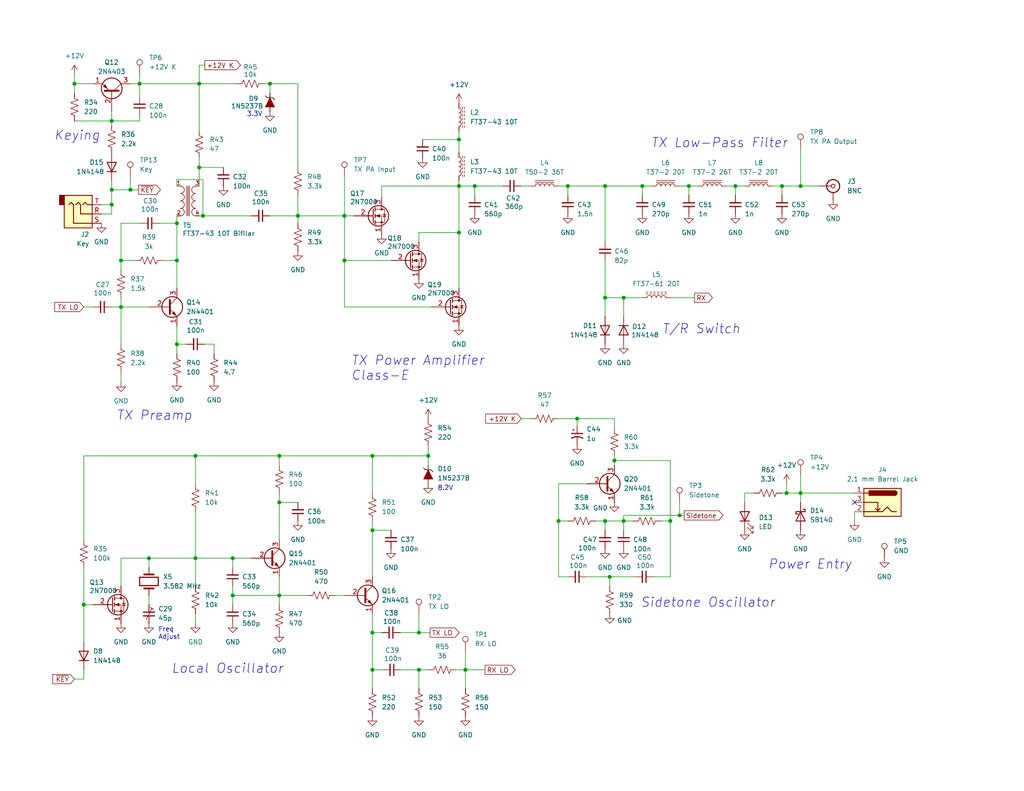
<source format=kicad_sch>
(kicad_sch (version 20230121) (generator eeschema)
  (paper "USLetter")
  (title_block (title "Party Line 80") (date "2024-01-13") (rev "A") (company "Etherkit") (comment 1 "Creative Commons CC BY-SA 4.0"))
  (junction (at 54.356 22.86))
  (junction (at 175.26 50.8))
  (junction (at 33.02 83.82))
  (junction (at 218.44 134.62))
  (junction (at 101.6 144.78))
  (junction (at 154.94 50.8))
  (junction (at 218.44 50.8))
  (junction (at 30.48 51.816))
  (junction (at 55.372 58.928))
  (junction (at 30.48 55.88))
  (junction (at 93.98 58.928))
  (junction (at 116.84 124.46))
  (junction (at 157.48 114.3))
  (junction (at 81.28 58.928))
  (junction (at 114.3 172.72))
  (junction (at 48.26 71.12))
  (junction (at 170.18 81.28))
  (junction (at 101.6 172.72))
  (junction (at 125.222 63.5))
  (junction (at 76.2 124.46))
  (junction (at 165.1 81.28))
  (junction (at 76.2 137.16))
  (junction (at 20.32 22.86))
  (junction (at 76.2 162.56))
  (junction (at 125.222 38.1))
  (junction (at 73.66 22.86))
  (junction (at 200.66 50.8))
  (junction (at 63.5 152.4))
  (junction (at 63.5 162.56))
  (junction (at 187.96 50.8))
  (junction (at 40.64 152.4))
  (junction (at 35.56 51.816))
  (junction (at 185.42 140.716))
  (junction (at 101.6 124.46))
  (junction (at 182.88 142.24))
  (junction (at 170.18 142.24))
  (junction (at 54.356 45.72))
  (junction (at 93.98 71.12))
  (junction (at 22.86 165.1))
  (junction (at 48.26 93.98))
  (junction (at 38.1 22.86))
  (junction (at 165.1 50.8))
  (junction (at 30.48 33.02))
  (junction (at 213.36 50.8))
  (junction (at 165.1 142.24))
  (junction (at 167.64 125.73))
  (junction (at 127 182.88))
  (junction (at 101.6 182.88))
  (junction (at 129.54 50.8))
  (junction (at 152.4 142.24))
  (junction (at 125.222 50.8))
  (junction (at 53.34 124.46))
  (junction (at 214.63 134.62))
  (junction (at 114.3 182.88))
  (junction (at 53.34 152.4))
  (junction (at 48.26 60.96))
  (junction (at 33.02 71.12))
  (junction (at 166.37 157.48))
  (no_connect (at 233.172 137.16))
  (wire (pts (xy 22.86 154.94) (xy 22.86 165.1)))
  (wire (pts (xy 48.26 50.8) (xy 48.26 49.022)))
  (wire (pts (xy 54.356 35.56) (xy 54.356 22.86)))
  (wire (pts (xy 170.18 81.28) (xy 165.1 81.28)))
  (wire (pts (xy 33.02 71.12) (xy 36.83 71.12)))
  (wire (pts (xy 54.356 45.72) (xy 54.356 50.8)))
  (wire (pts (xy 76.2 124.46) (xy 101.6 124.46)))
  (wire (pts (xy 185.42 50.8) (xy 187.96 50.8)))
  (wire (pts (xy 63.5 162.56) (xy 63.5 165.1)))
  (wire (pts (xy 152.4 142.24) (xy 154.94 142.24)))
  (wire (pts (xy 48.26 60.96) (xy 48.26 71.12)))
  (wire (pts (xy 200.66 50.8) (xy 203.2 50.8)))
  (wire (pts (xy 186.69 140.716) (xy 185.42 140.716)))
  (wire (pts (xy 63.5 152.4) (xy 53.34 152.4)))
  (wire (pts (xy 125.222 38.1) (xy 125.222 41.656)))
  (wire (pts (xy 35.56 48.26) (xy 35.56 51.816)))
  (wire (pts (xy 33.02 152.4) (xy 40.64 152.4)))
  (wire (pts (xy 43.434 60.96) (xy 48.26 60.96)))
  (wire (pts (xy 33.02 60.96) (xy 33.02 71.12)))
  (wire (pts (xy 218.44 50.8) (xy 223.52 50.8)))
  (wire (pts (xy 38.1 22.86) (xy 38.1 26.416)))
  (wire (pts (xy 63.5 162.56) (xy 76.2 162.56)))
  (wire (pts (xy 166.37 157.48) (xy 166.37 160.02)))
  (wire (pts (xy 22.86 83.82) (xy 25.4 83.82)))
  (wire (pts (xy 54.356 22.86) (xy 64.516 22.86)))
  (wire (pts (xy 116.84 121.92) (xy 116.84 124.46)))
  (wire (pts (xy 63.5 160.02) (xy 63.5 162.56)))
  (wire (pts (xy 182.88 157.48) (xy 182.88 142.24)))
  (wire (pts (xy 182.88 142.24) (xy 182.88 125.73)))
  (wire (pts (xy 33.02 152.4) (xy 33.02 160.02)))
  (wire (pts (xy 76.2 134.62) (xy 76.2 137.16)))
  (wire (pts (xy 58.42 93.98) (xy 58.42 96.52)))
  (wire (pts (xy 182.88 125.73) (xy 167.64 125.73)))
  (wire (pts (xy 76.2 137.16) (xy 81.28 137.16)))
  (wire (pts (xy 178.308 157.48) (xy 182.88 157.48)))
  (wire (pts (xy 203.2 134.62) (xy 203.2 137.16)))
  (wire (pts (xy 33.02 101.6) (xy 33.02 104.394)))
  (wire (pts (xy 218.44 134.62) (xy 218.44 137.16)))
  (wire (pts (xy 142.24 50.8) (xy 144.78 50.8)))
  (wire (pts (xy 81.28 58.928) (xy 81.28 60.96)))
  (wire (pts (xy 165.1 81.28) (xy 165.1 86.36)))
  (wire (pts (xy 20.32 22.86) (xy 25.4 22.86)))
  (wire (pts (xy 27.686 55.88) (xy 30.48 55.88)))
  (wire (pts (xy 124.46 182.88) (xy 127 182.88)))
  (wire (pts (xy 48.26 49.022) (xy 55.372 49.022)))
  (wire (pts (xy 187.96 50.8) (xy 190.5 50.8)))
  (wire (pts (xy 214.63 134.62) (xy 218.44 134.62)))
  (wire (pts (xy 40.64 162.56) (xy 40.64 165.1)))
  (wire (pts (xy 115.316 38.1) (xy 125.222 38.1)))
  (wire (pts (xy 160.02 157.48) (xy 166.37 157.48)))
  (wire (pts (xy 114.3 182.88) (xy 116.84 182.88)))
  (wire (pts (xy 63.5 152.4) (xy 63.5 154.94)))
  (wire (pts (xy 213.36 50.8) (xy 218.44 50.8)))
  (wire (pts (xy 30.48 51.816) (xy 30.48 55.88)))
  (wire (pts (xy 76.2 157.48) (xy 76.2 162.56)))
  (wire (pts (xy 81.28 53.34) (xy 81.28 58.928)))
  (wire (pts (xy 152.4 157.48) (xy 154.94 157.48)))
  (wire (pts (xy 175.26 81.28) (xy 170.18 81.28)))
  (wire (pts (xy 20.32 20.32) (xy 20.32 22.86)))
  (wire (pts (xy 165.1 50.8) (xy 175.26 50.8)))
  (wire (pts (xy 44.45 71.12) (xy 48.26 71.12)))
  (wire (pts (xy 33.02 83.82) (xy 33.02 93.98)))
  (wire (pts (xy 55.372 49.022) (xy 55.372 58.928)))
  (wire (pts (xy 157.48 114.3) (xy 167.64 114.3)))
  (wire (pts (xy 20.32 22.86) (xy 20.32 25.4)))
  (wire (pts (xy 30.48 51.816) (xy 35.56 51.816)))
  (wire (pts (xy 33.02 71.12) (xy 33.02 73.66)))
  (wire (pts (xy 218.44 129.54) (xy 218.44 134.62)))
  (wire (pts (xy 152.4 114.3) (xy 157.48 114.3)))
  (wire (pts (xy 22.86 124.46) (xy 53.34 124.46)))
  (wire (pts (xy 160.02 132.08) (xy 152.4 132.08)))
  (wire (pts (xy 167.64 114.3) (xy 167.64 116.84)))
  (wire (pts (xy 53.34 124.46) (xy 53.34 132.08)))
  (wire (pts (xy 55.88 93.98) (xy 58.42 93.98)))
  (wire (pts (xy 38.1 20.32) (xy 38.1 22.86)))
  (wire (pts (xy 182.88 81.28) (xy 189.484 81.28)))
  (wire (pts (xy 152.4 142.24) (xy 152.4 157.48)))
  (wire (pts (xy 20.32 33.02) (xy 30.48 33.02)))
  (wire (pts (xy 48.26 93.98) (xy 48.26 96.52)))
  (wire (pts (xy 101.6 142.24) (xy 101.6 144.78)))
  (wire (pts (xy 114.3 66.04) (xy 114.3 63.5)))
  (wire (pts (xy 125.222 35.814) (xy 125.222 38.1)))
  (wire (pts (xy 114.3 63.5) (xy 125.222 63.5)))
  (wire (pts (xy 101.6 167.64) (xy 101.6 172.72)))
  (wire (pts (xy 210.82 50.8) (xy 213.36 50.8)))
  (wire (pts (xy 76.2 124.46) (xy 76.2 127)))
  (wire (pts (xy 198.12 50.8) (xy 200.66 50.8)))
  (wire (pts (xy 68.58 58.928) (xy 55.372 58.928)))
  (wire (pts (xy 162.56 142.24) (xy 165.1 142.24)))
  (wire (pts (xy 200.66 50.8) (xy 200.66 53.34)))
  (wire (pts (xy 54.356 43.18) (xy 54.356 45.72)))
  (wire (pts (xy 101.6 172.72) (xy 101.6 182.88)))
  (wire (pts (xy 152.4 132.08) (xy 152.4 142.24)))
  (wire (pts (xy 114.3 167.64) (xy 114.3 172.72)))
  (wire (pts (xy 170.18 142.24) (xy 170.18 144.78)))
  (wire (pts (xy 33.02 81.28) (xy 33.02 83.82)))
  (wire (pts (xy 30.48 33.02) (xy 38.1 33.02)))
  (wire (pts (xy 167.64 125.73) (xy 167.64 127)))
  (wire (pts (xy 142.24 114.3) (xy 144.78 114.3)))
  (wire (pts (xy 166.37 157.48) (xy 173.228 157.48)))
  (wire (pts (xy 154.94 50.8) (xy 154.94 53.34)))
  (wire (pts (xy 127 182.88) (xy 132.334 182.88)))
  (wire (pts (xy 175.26 50.8) (xy 175.26 53.34)))
  (wire (pts (xy 101.6 144.78) (xy 106.68 144.78)))
  (wire (pts (xy 152.4 50.8) (xy 154.94 50.8)))
  (wire (pts (xy 175.26 50.8) (xy 177.8 50.8)))
  (wire (pts (xy 213.36 50.8) (xy 213.36 53.34)))
  (wire (pts (xy 101.6 124.46) (xy 116.84 124.46)))
  (wire (pts (xy 54.356 22.86) (xy 38.1 22.86)))
  (wire (pts (xy 48.26 88.9) (xy 48.26 93.98)))
  (wire (pts (xy 22.86 147.32) (xy 22.86 124.46)))
  (wire (pts (xy 114.3 172.72) (xy 117.348 172.72)))
  (wire (pts (xy 30.48 58.42) (xy 30.48 55.88)))
  (wire (pts (xy 218.44 40.64) (xy 218.44 50.8)))
  (wire (pts (xy 129.54 50.8) (xy 129.54 53.34)))
  (wire (pts (xy 104.14 53.848) (xy 104.14 50.8)))
  (wire (pts (xy 180.34 142.24) (xy 182.88 142.24)))
  (wire (pts (xy 117.602 83.82) (xy 93.98 83.82)))
  (wire (pts (xy 40.64 152.4) (xy 53.34 152.4)))
  (wire (pts (xy 170.18 142.24) (xy 172.72 142.24)))
  (wire (pts (xy 38.1 22.86) (xy 35.56 22.86)))
  (wire (pts (xy 53.34 152.4) (xy 53.34 160.02)))
  (wire (pts (xy 101.6 182.88) (xy 101.6 187.96)))
  (wire (pts (xy 48.26 58.928) (xy 48.26 60.96)))
  (wire (pts (xy 22.86 165.1) (xy 22.86 175.26)))
  (wire (pts (xy 53.34 139.7) (xy 53.34 152.4)))
  (wire (pts (xy 22.86 185.42) (xy 20.32 185.42)))
  (wire (pts (xy 170.18 81.28) (xy 170.18 86.36)))
  (wire (pts (xy 101.6 144.78) (xy 101.6 157.48)))
  (wire (pts (xy 165.1 50.8) (xy 165.1 66.04)))
  (wire (pts (xy 125.222 50.8) (xy 129.54 50.8)))
  (wire (pts (xy 167.64 124.46) (xy 167.64 125.73)))
  (wire (pts (xy 76.2 162.56) (xy 76.2 165.1)))
  (wire (pts (xy 129.54 50.8) (xy 137.16 50.8)))
  (wire (pts (xy 81.28 58.928) (xy 93.98 58.928)))
  (wire (pts (xy 93.98 83.82) (xy 93.98 71.12)))
  (wire (pts (xy 93.98 48.26) (xy 93.98 58.928)))
  (wire (pts (xy 101.6 172.72) (xy 104.14 172.72)))
  (wire (pts (xy 125.222 63.5) (xy 125.222 78.74)))
  (wire (pts (xy 38.1 33.02) (xy 38.1 31.496)))
  (wire (pts (xy 93.98 71.12) (xy 106.68 71.12)))
  (wire (pts (xy 154.94 50.8) (xy 165.1 50.8)))
  (wire (pts (xy 72.136 22.86) (xy 73.66 22.86)))
  (wire (pts (xy 114.3 182.88) (xy 114.3 187.96)))
  (wire (pts (xy 38.354 60.96) (xy 33.02 60.96)))
  (wire (pts (xy 48.26 93.98) (xy 50.8 93.98)))
  (wire (pts (xy 205.74 134.62) (xy 203.2 134.62)))
  (wire (pts (xy 116.84 124.46) (xy 116.84 127)))
  (wire (pts (xy 101.6 182.88) (xy 104.394 182.88)))
  (wire (pts (xy 27.686 58.42) (xy 30.48 58.42)))
  (wire (pts (xy 33.02 83.82) (xy 40.64 83.82)))
  (wire (pts (xy 213.36 134.62) (xy 214.63 134.62)))
  (wire (pts (xy 73.66 58.928) (xy 81.28 58.928)))
  (wire (pts (xy 165.1 81.28) (xy 165.1 71.12)))
  (wire (pts (xy 76.2 137.16) (xy 76.2 147.32)))
  (wire (pts (xy 91.44 162.56) (xy 93.98 162.56)))
  (wire (pts (xy 55.88 17.78) (xy 54.356 17.78)))
  (wire (pts (xy 127 187.96) (xy 127 182.88)))
  (wire (pts (xy 48.26 71.12) (xy 48.26 78.74)))
  (wire (pts (xy 157.48 114.3) (xy 157.48 116.332)))
  (wire (pts (xy 81.28 22.86) (xy 81.28 45.72)))
  (wire (pts (xy 30.48 49.403) (xy 30.48 51.816)))
  (wire (pts (xy 40.64 152.4) (xy 40.64 154.94)))
  (wire (pts (xy 104.14 50.8) (xy 125.222 50.8)))
  (wire (pts (xy 170.18 140.716) (xy 170.18 142.24)))
  (wire (pts (xy 165.1 142.24) (xy 165.1 144.78)))
  (wire (pts (xy 76.2 162.56) (xy 83.82 162.56)))
  (wire (pts (xy 185.42 137.16) (xy 185.42 140.716)))
  (wire (pts (xy 165.1 142.24) (xy 170.18 142.24)))
  (wire (pts (xy 22.86 165.1) (xy 25.4 165.1)))
  (wire (pts (xy 73.66 22.86) (xy 81.28 22.86)))
  (wire (pts (xy 214.63 132.08) (xy 214.63 134.62)))
  (wire (pts (xy 22.86 182.88) (xy 22.86 185.42)))
  (wire (pts (xy 109.22 172.72) (xy 114.3 172.72)))
  (wire (pts (xy 54.356 17.78) (xy 54.356 22.86)))
  (wire (pts (xy 30.48 83.82) (xy 33.02 83.82)))
  (wire (pts (xy 68.58 152.4) (xy 63.5 152.4)))
  (wire (pts (xy 125.222 49.276) (xy 125.222 50.8)))
  (wire (pts (xy 109.474 182.88) (xy 114.3 182.88)))
  (wire (pts (xy 187.96 50.8) (xy 187.96 53.34)))
  (wire (pts (xy 53.34 124.46) (xy 76.2 124.46)))
  (wire (pts (xy 218.44 134.62) (xy 233.172 134.62)))
  (wire (pts (xy 125.222 50.8) (xy 125.222 63.5)))
  (wire (pts (xy 101.6 124.46) (xy 101.6 134.62)))
  (wire (pts (xy 55.372 58.928) (xy 54.356 58.928)))
  (wire (pts (xy 35.56 51.816) (xy 37.846 51.816)))
  (wire (pts (xy 233.172 139.7) (xy 233.172 142.24)))
  (wire (pts (xy 73.66 22.86) (xy 73.66 25.4)))
  (wire (pts (xy 93.98 58.928) (xy 96.52 58.928)))
  (wire (pts (xy 30.48 33.02) (xy 30.48 34.163)))
  (wire (pts (xy 53.34 167.64) (xy 53.34 170.18)))
  (wire (pts (xy 127 177.8) (xy 127 182.88)))
  (wire (pts (xy 185.42 140.716) (xy 170.18 140.716)))
  (wire (pts (xy 30.48 30.48) (xy 30.48 33.02)))
  (wire (pts (xy 93.98 71.12) (xy 93.98 58.928)))
  (wire (pts (xy 54.356 45.72) (xy 60.96 45.72)))
  (text "Keying" (at 14.732 38.608 0) (effects (font (size 2.54 2.54) italic) (justify left bottom)))
  (text "T/R Switch" (at 180.594 91.44 0) (effects (font (size 2.54 2.54) italic) (justify left bottom)))
  (text "8.2V" (at 123.698 134.112 0) (effects (font (size 1.27 1.27)) (justify right bottom)))
  (text "Local Oscillator" (at 46.736 184.15 0) (effects (font (size 2.54 2.54) italic) (justify left bottom)))
  (text "Sidetone Oscillator" (at 174.752 166.116 0) (effects (font (size 2.54 2.54) italic) (justify left bottom)))
  (text "Freq\nAdjust" (at 43.18 174.752 0) (effects (font (size 1.27 1.27)) (justify left bottom)))
  (text "Power Entry" (at 209.55 155.702 0) (effects (font (size 2.54 2.54) italic) (justify left bottom)))
  (text "TX Preamp" (at 31.75 115.062 0) (effects (font (size 2.54 2.54) italic) (justify left bottom)))
  (text "3.3V" (at 71.628 32.004 0) (effects (font (size 1.27 1.27)) (justify right bottom)))
  (text "TX Power Amplifier\nClass-E" (at 95.758 104.14 0) (effects (font (size 2.54 2.54) italic) (justify left bottom)))
  (text "TX Low-Pass Filter" (at 177.546 40.64 0) (effects (font (size 2.54 2.54) italic) (justify left bottom)))
  (global_label "TX LO" (shape input) (at 22.86 83.82 180) (property "Intersheetrefs" "${INTERSHEET_REFS}" (effects hide)))
  (global_label "RX LO" (shape output) (at 132.334 182.88 0) (property "Intersheetrefs" "${INTERSHEET_REFS}" (effects hide)))
  (global_label "Sidetone" (shape output) (at 186.69 140.716 0) (property "Intersheetrefs" "${INTERSHEET_REFS}" (effects hide)))
  (global_label "RX" (shape output) (at 189.484 81.28 0) (property "Intersheetrefs" "${INTERSHEET_REFS}" (effects hide)))
  (global_label "+12V K" (shape input) (at 142.24 114.3 180) (property "Intersheetrefs" "${INTERSHEET_REFS}" (effects hide)))
  (global_label "~{KEY}" (shape output) (at 37.846 51.816 0) (property "Intersheetrefs" "${INTERSHEET_REFS}" (effects hide)))
  (global_label "+12V K" (shape output) (at 55.88 17.78 0) (property "Intersheetrefs" "${INTERSHEET_REFS}" (effects hide)))
  (global_label "TX LO" (shape output) (at 117.348 172.72 0) (property "Intersheetrefs" "${INTERSHEET_REFS}" (effects hide)))
  (global_label "~{KEY}" (shape input) (at 20.32 185.42 180) (property "Intersheetrefs" "${INTERSHEET_REFS}" (effects hide)))
  (symbol (lib_id "power:GND") (at 73.66 30.48 0) (unit 1)
    (property "Reference" "#PWR056" (effects hide))
    (property "Value" "GND" (at 73.66 35.56 0))
  )
  (symbol (lib_id "Device:C_Small") (at 106.934 182.88 270) (unit 1)
    (property "Reference" "C39" (at 108.966 177.546 90) (effects (justify right)))
    (property "Value" "100n" (at 109.728 179.832 90) (effects (justify right)))
    (property "Footprint" "Capacitor_THT:C_Rect_L7.0mm_W2.5mm_P5.00mm" (effects hide))
  )
  (symbol (lib_id "Device:R_US") (at 40.64 71.12 90) (unit 1)
    (property "Reference" "R39" (at 40.64 64.77 90))
    (property "Value" "3k" (at 40.64 67.31 90))
    (property "Footprint" "Resistor_THT:R_Axial_DIN0207_L6.3mm_D2.5mm_P2.54mm_Vertical" (effects hide))
  )
  (symbol (lib_id "power:GND") (at 33.02 170.18 0) (unit 1)
    (property "Reference" "#PWR049" (effects hide))
    (property "Value" "GND" (at 33.02 175.26 0))
  )
  (symbol (lib_id "power:GND") (at 58.42 104.14 0) (unit 1)
    (property "Reference" "#PWR053" (effects hide))
    (property "Value" "GND" (at 58.42 109.22 0))
  )
  (symbol (lib_id "power:GND") (at 104.14 64.008 0) (unit 1)
    (property "Reference" "#PWR061" (effects hide))
    (property "Value" "GND" (at 104.14 69.088 0))
  )
  (symbol (lib_id "Device:C_Trim_Small") (at 40.64 167.64 0) (unit 1)
    (property "Reference" "C29" (at 43.18 166.243 0) (effects (justify left)))
    (property "Value" "45p" (at 43.18 168.783 0) (effects (justify left)))
    (property "Footprint" "EtherkitKicadLibrary:TRIMCAP-MURATA" (effects hide))
  )
  (symbol (lib_id "Device:C_Small") (at 154.94 55.88 180) (unit 1)
    (property "Reference" "C43" (at 157.48 55.88 0) (effects (justify right)))
    (property "Value" "1.5n" (at 157.48 58.42 0) (effects (justify right)))
    (property "Footprint" "Capacitor_THT:C_Rect_L7.0mm_W2.5mm_P5.00mm" (effects hide))
  )
  (symbol (lib_id "Device:R_US") (at 87.63 162.56 90) (unit 1)
    (property "Reference" "R50" (at 87.63 156.21 90))
    (property "Value" "470" (at 87.63 158.75 90))
    (property "Footprint" "Resistor_THT:R_Axial_DIN0207_L6.3mm_D2.5mm_P2.54mm_Vertical" (effects hide))
  )
  (symbol (lib_id "power:GND") (at 101.6 195.58 0) (unit 1)
    (property "Reference" "#PWR060" (effects hide))
    (property "Value" "GND" (at 101.6 200.66 0))
  )
  (symbol (lib_id "power:GND") (at 116.84 132.08 0) (unit 1)
    (property "Reference" "#PWR067" (effects hide))
    (property "Value" "GND" (at 116.84 137.16 0))
  )
  (symbol (lib_id "Device:R_US") (at 101.6 191.77 0) (unit 1)
    (property "Reference" "R52" (at 104.14 190.5 0) (effects (justify left)))
    (property "Value" "220" (at 104.14 193.04 0) (effects (justify left)))
    (property "Footprint" "Resistor_THT:R_Axial_DIN0207_L6.3mm_D2.5mm_P2.54mm_Vertical" (effects hide))
  )
  (symbol (lib_id "power:GND") (at 33.02 104.394 0) (unit 1)
    (property "Reference" "#PWR048" (effects hide))
    (property "Value" "GND" (at 33.02 109.474 0))
  )
  (symbol (lib_id "Device:C_Small") (at 60.96 48.26 180) (unit 1)
    (property "Reference" "C32" (at 63.5 48.26 0) (effects (justify right)))
    (property "Value" "100n" (at 63.5 50.8 0) (effects (justify right)))
    (property "Footprint" "Capacitor_THT:C_Rect_L7.0mm_W2.5mm_P5.00mm" (effects hide))
  )
  (symbol (lib_id "Device:R_US") (at 22.86 151.13 0) (unit 1)
    (property "Reference" "R35" (at 25.4 149.86 0) (effects (justify left)))
    (property "Value" "100k" (at 25.4 152.4 0) (effects (justify left)))
    (property "Footprint" "Resistor_THT:R_Axial_DIN0207_L6.3mm_D2.5mm_P2.54mm_Vertical" (effects hide))
  )
  (symbol (lib_id "Device:Q_NPN_EBC") (at 45.72 83.82 0) (unit 1)
    (property "Reference" "Q14" (at 50.8 82.55 0) (effects (justify left)))
    (property "Value" "2N4401" (at 50.8 85.09 0) (effects (justify left)))
    (property "Footprint" "Package_TO_SOT_THT:TO-92_Inline" (effects hide))
  )
  (symbol (lib_id "Device:L_Iron") (at 181.61 50.8 90) (unit 1)
    (property "Reference" "L6" (at 181.61 44.45 90))
    (property "Value" "T37-2 20T" (at 181.61 46.99 90))
    (property "Footprint" "EtherkitKicadLibrary:T37-V" (effects hide))
  )
  (symbol (lib_id "Device:R_US") (at 30.48 37.973 0) (unit 1)
    (property "Reference" "R36" (at 33.02 36.703 0) (effects (justify left)))
    (property "Value" "2.2k" (at 33.02 39.243 0) (effects (justify left)))
    (property "Footprint" "Resistor_THT:R_Axial_DIN0207_L6.3mm_D2.5mm_P2.54mm_Vertical" (effects hide))
  )
  (symbol (lib_id "Device:C_Small") (at 40.894 60.96 270) (unit 1)
    (property "Reference" "C30" (at 42.926 54.864 90) (effects (justify right)))
    (property "Value" "100n" (at 43.434 57.15 90) (effects (justify right)))
    (property "Footprint" "Capacitor_THT:C_Rect_L7.0mm_W2.5mm_P5.00mm" (effects hide))
  )
  (symbol (lib_id "power:GND") (at 165.1 149.86 0) (unit 1)
    (property "Reference" "#PWR075" (effects hide))
    (property "Value" "GND" (at 165.1 154.94 0))
  )
  (symbol (lib_id "Device:L_Ferrite") (at 125.222 45.466 0) (unit 1)
    (property "Reference" "L3" (at 128.27 44.196 0) (effects (justify left)))
    (property "Value" "FT37-43 10T" (at 128.27 46.736 0) (effects (justify left)))
    (property "Footprint" "EtherkitKicadLibrary:T37-V" (effects hide))
  )
  (symbol (lib_id "Device:R_US") (at 68.326 22.86 90) (unit 1)
    (property "Reference" "R45" (at 68.326 18.288 90))
    (property "Value" "10k" (at 68.326 20.32 90))
    (property "Footprint" "Resistor_THT:R_Axial_DIN0207_L6.3mm_D2.5mm_P2.54mm_Vertical" (effects hide))
  )
  (symbol (lib_id "Device:C_Polarized_Small_US") (at 157.48 118.872 0) (unit 1)
    (property "Reference" "C44" (at 160.02 117.1702 0) (effects (justify left)))
    (property "Value" "1u" (at 160.02 119.7102 0) (effects (justify left)))
    (property "Footprint" "Capacitor_THT:CP_Radial_D5.0mm_P2.00mm" (effects hide))
  )
  (symbol (lib_id "power:GND") (at 53.34 170.18 0) (unit 1)
    (property "Reference" "#PWR052" (effects hide))
    (property "Value" "GND" (at 53.34 175.26 0))
  )
  (symbol (lib_id "power:GND") (at 218.44 144.78 0) (unit 1)
    (property "Reference" "#PWR086" (effects hide))
    (property "Value" "GND" (at 218.44 149.86 0))
  )
  (symbol (lib_id "EtherkitKicadLibrary:ZENER") (at 73.66 27.94 90) (unit 1)
    (property "Reference" "D9" (at 67.818 26.924 90) (effects (justify right)))
    (property "Value" "1N5237B" (at 62.992 28.956 90) (effects (justify right)))
    (property "Footprint" "Diode_THT:D_DO-35_SOD27_P7.62mm_Horizontal" (effects hide))
  )
  (symbol (lib_id "Device:R_US") (at 81.28 64.77 0) (unit 1)
    (property "Reference" "R49" (at 83.82 63.5 0) (effects (justify left)))
    (property "Value" "3.3k" (at 83.82 66.04 0) (effects (justify left)))
    (property "Footprint" "Resistor_THT:R_Axial_DIN0207_L6.3mm_D2.5mm_P2.54mm_Vertical" (effects hide))
  )
  (symbol (lib_id "power:GND") (at 76.2 172.72 0) (unit 1)
    (property "Reference" "#PWR057" (effects hide))
    (property "Value" "GND" (at 76.2 177.8 0))
  )
  (symbol (lib_id "Device:R_US") (at 101.6 138.43 0) (unit 1)
    (property "Reference" "R51" (at 104.14 137.16 0) (effects (justify left)))
    (property "Value" "100" (at 104.14 139.7 0) (effects (justify left)))
    (property "Footprint" "Resistor_THT:R_Axial_DIN0207_L6.3mm_D2.5mm_P2.54mm_Vertical" (effects hide))
  )
  (symbol (lib_id "power:GND") (at 203.2 144.78 0) (unit 1)
    (property "Reference" "#PWR083" (effects hide))
    (property "Value" "GND" (at 203.2 149.86 0))
  )
  (symbol (lib_id "power:GND") (at 27.686 60.96 0) (unit 1)
    (property "Reference" "#PWR047" (effects hide))
    (property "Value" "GND" (at 27.686 66.04 0))
  )
  (symbol (lib_id "EtherkitKicadLibrary:BNC") (at 227.33 50.8 0) (unit 1)
    (property "Reference" "J3" (at 231.14 49.53 0) (effects (justify left)))
    (property "Value" "BNC" (at 231.14 52.07 0) (effects (justify left)))
    (property "Footprint" "EtherkitKicadLibrary:Molex_0731713150" (effects hide))
  )
  (symbol (lib_id "Device:Q_NMOS_SGD") (at 30.48 165.1 0) (unit 1)
    (property "Reference" "Q13" (at 24.384 159.004 0) (effects (justify left)))
    (property "Value" "2N7000" (at 24.384 161.29 0) (effects (justify left)))
    (property "Footprint" "Package_TO_SOT_THT:TO-92_Inline" (effects hide))
  )
  (symbol (lib_id "Device:R_US") (at 33.02 97.79 0) (unit 1)
    (property "Reference" "R38" (at 35.56 96.52 0) (effects (justify left)))
    (property "Value" "2.2k" (at 35.56 99.06 0) (effects (justify left)))
    (property "Footprint" "Resistor_THT:R_Axial_DIN0207_L6.3mm_D2.5mm_P2.54mm_Vertical" (effects hide))
  )
  (symbol (lib_id "Device:L_Ferrite") (at 125.222 32.004 0) (unit 1)
    (property "Reference" "L2" (at 128.27 30.734 0) (effects (justify left)))
    (property "Value" "FT37-43 10T" (at 128.27 33.274 0) (effects (justify left)))
    (property "Footprint" "EtherkitKicadLibrary:T37-V" (effects hide))
  )
  (symbol (lib_id "power:GND") (at 241.3 152.4 0) (unit 1)
    (property "Reference" "#PWR093" (effects hide))
    (property "Value" "GND" (at 241.3 157.48 0))
  )
  (symbol (lib_id "power:+12V") (at 20.32 20.32 0) (unit 1)
    (property "Reference" "#PWR046" (effects hide))
    (property "Value" "+12V" (at 20.32 15.24 0))
  )
  (symbol (lib_id "power:GND") (at 114.3 76.2 0) (unit 1)
    (property "Reference" "#PWR063" (effects hide))
    (property "Value" "GND" (at 114.3 81.28 0))
  )
  (symbol (lib_id "Device:R_US") (at 176.53 142.24 90) (unit 1)
    (property "Reference" "R61" (at 176.53 135.89 90))
    (property "Value" "3.3k" (at 176.53 138.43 90))
    (property "Footprint" "Resistor_THT:R_Axial_DIN0207_L6.3mm_D2.5mm_P2.54mm_Vertical" (effects hide))
  )
  (symbol (lib_id "Device:C_Small") (at 115.316 40.64 180) (unit 1)
    (property "Reference" "C40" (at 117.856 40.64 0) (effects (justify right)))
    (property "Value" "100n" (at 117.856 43.18 0) (effects (justify right)))
    (property "Footprint" "Capacitor_THT:C_Rect_L7.0mm_W2.5mm_P5.00mm" (effects hide))
  )
  (symbol (lib_id "Device:L_Iron") (at 194.31 50.8 90) (unit 1)
    (property "Reference" "L7" (at 194.31 44.45 90))
    (property "Value" "T37-2 26T" (at 194.31 46.99 90))
    (property "Footprint" "EtherkitKicadLibrary:T37-V" (effects hide))
  )
  (symbol (lib_id "Connector:TestPoint") (at 35.56 48.26 0) (unit 1)
    (property "Reference" "TP13" (at 38.1 43.688 0) (effects (justify left)))
    (property "Value" "Key" (at 38.1 46.228 0) (effects (justify left)))
    (property "Footprint" "TestPoint:TestPoint_THTPad_D2.0mm_Drill1.0mm" (effects hide))
  )
  (symbol (lib_id "power:GND") (at 157.48 121.412 0) (unit 1)
    (property "Reference" "#PWR073" (effects hide))
    (property "Value" "GND" (at 157.48 126.492 0))
  )
  (symbol (lib_id "Connector:Barrel_Jack_Switch") (at 240.792 137.16 0) (mirror y) (unit 1)
    (property "Reference" "J4" (at 240.792 128.27 0))
    (property "Value" "2.1 mm Barrel Jack" (at 240.792 130.81 0))
    (property "Footprint" "EtherkitKicadLibrary:CUI_PJ-202AH" (effects hide))
    (property "Datasheet" "https://www.cuidevices.com/product/resource/pj-202ah.pdf" (effects hide))
    (property "P/N" "CUI PJ-202AH" (effects hide))
  )
  (symbol (lib_id "Connector_Audio:AudioJack3") (at 22.606 58.42 0) (mirror x) (unit 1)
    (property "Reference" "J2" (at 24.384 64.008 0) (effects (justify right)))
    (property "Value" "Key" (at 24.384 66.548 0) (effects (justify right)))
    (property "Footprint" "EtherkitKicadLibrary:Kycon_STX-3120-3B" (effects hide))
  )
  (symbol (lib_id "Device:L_Iron") (at 148.59 50.8 90) (unit 1)
    (property "Reference" "L4" (at 148.59 44.45 90))
    (property "Value" "T50-2 36T" (at 148.59 46.99 90))
    (property "Footprint" "EtherkitKicadLibrary:T50-V" (effects hide))
  )
  (symbol (lib_id "Device:R_US") (at 20.32 29.21 0) (unit 1)
    (property "Reference" "R34" (at 22.86 27.94 0) (effects (justify left)))
    (property "Value" "220" (at 22.86 30.48 0) (effects (justify left)))
    (property "Footprint" "Resistor_THT:R_Axial_DIN0207_L6.3mm_D2.5mm_P2.54mm_Vertical" (effects hide))
  )
  (symbol (lib_id "Device:R_US") (at 148.59 114.3 90) (unit 1)
    (property "Reference" "R57" (at 148.59 107.95 90))
    (property "Value" "47" (at 148.59 110.49 90))
    (property "Footprint" "Resistor_THT:R_Axial_DIN0207_L6.3mm_D2.5mm_P2.54mm_Vertical" (effects hide))
  )
  (symbol (lib_id "power:GND") (at 48.26 104.14 0) (unit 1)
    (property "Reference" "#PWR051" (effects hide))
    (property "Value" "GND" (at 48.26 109.22 0))
  )
  (symbol (lib_id "Device:C_Small") (at 165.1 68.58 180) (unit 1)
    (property "Reference" "C46" (at 167.64 68.58 0) (effects (justify right)))
    (property "Value" "82p" (at 167.64 71.12 0) (effects (justify right)))
    (property "Footprint" "Capacitor_THT:C_Rect_L7.0mm_W2.5mm_P5.00mm" (effects hide))
  )
  (symbol (lib_id "Device:D") (at 30.48 45.593 90) (unit 1)
    (property "Reference" "D15" (at 24.384 44.323 90) (effects (justify right)))
    (property "Value" "1N4148" (at 20.828 46.863 90) (effects (justify right)))
    (property "Footprint" "Diode_THT:D_DO-35_SOD27_P7.62mm_Horizontal" (effects hide))
    (property "Sim.Device" "D" (effects hide))
    (property "Sim.Pins" "1=K 2=A" (effects hide))
  )
  (symbol (lib_id "power:GND") (at 81.28 68.58 0) (unit 1)
    (property "Reference" "#PWR058" (effects hide))
    (property "Value" "GND" (at 81.28 73.66 0))
  )
  (symbol (lib_id "Device:C_Small") (at 71.12 58.928 270) (unit 1)
    (property "Reference" "C35" (at 73.152 52.832 90) (effects (justify right)))
    (property "Value" "100n" (at 73.66 55.118 90) (effects (justify right)))
    (property "Footprint" "Capacitor_THT:C_Rect_L7.0mm_W2.5mm_P5.00mm" (effects hide))
  )
  (symbol (lib_id "Device:R_US") (at 48.26 100.33 0) (unit 1)
    (property "Reference" "R40" (at 50.8 99.06 0) (effects (justify left)))
    (property "Value" "100" (at 50.8 101.6 0) (effects (justify left)))
    (property "Footprint" "Resistor_THT:R_Axial_DIN0207_L6.3mm_D2.5mm_P2.54mm_Vertical" (effects hide))
  )
  (symbol (lib_id "Device:R_US") (at 114.3 191.77 0) (unit 1)
    (property "Reference" "R53" (at 116.84 190.5 0) (effects (justify left)))
    (property "Value" "150" (at 116.84 193.04 0) (effects (justify left)))
    (property "Footprint" "Resistor_THT:R_Axial_DIN0207_L6.3mm_D2.5mm_P2.54mm_Vertical" (effects hide))
  )
  (symbol (lib_id "power:GND") (at 170.18 93.98 0) (unit 1)
    (property "Reference" "#PWR078" (effects hide))
    (property "Value" "GND" (at 170.18 99.06 0))
  )
  (symbol (lib_id "Device:R_US") (at 120.65 182.88 90) (unit 1)
    (property "Reference" "R55" (at 120.65 176.53 90))
    (property "Value" "36" (at 120.65 179.07 90))
    (property "Footprint" "Resistor_THT:R_Axial_DIN0207_L6.3mm_D2.5mm_P2.54mm_Vertical" (effects hide))
  )
  (symbol (lib_id "Device:Q_NPN_EBC") (at 73.66 152.4 0) (unit 1)
    (property "Reference" "Q15" (at 78.74 151.13 0) (effects (justify left)))
    (property "Value" "2N4401" (at 78.74 153.67 0) (effects (justify left)))
    (property "Footprint" "Package_TO_SOT_THT:TO-92_Inline" (effects hide))
  )
  (symbol (lib_id "Device:D_Schottky") (at 218.44 140.97 270) (unit 1)
    (property "Reference" "D14" (at 220.98 139.3825 90) (effects (justify left)))
    (property "Value" "SB140" (at 220.98 141.9225 90) (effects (justify left)))
    (property "Footprint" "Diode_THT:D_DO-41_SOD81_P10.16mm_Horizontal" (effects hide))
    (property "Datasheet" "https://www.smc-diodes.com/propdf/SB120%20THRU%20SB160%20N0869%20REV.C.pdf" (effects hide))
  )
  (symbol (lib_id "power:GND") (at 175.26 58.42 0) (unit 1)
    (property "Reference" "#PWR080" (effects hide))
    (property "Value" "GND" (at 175.26 63.5 0))
  )
  (symbol (lib_id "Device:R_US") (at 116.84 118.11 0) (unit 1)
    (property "Reference" "R54" (at 119.38 116.84 0) (effects (justify left)))
    (property "Value" "220" (at 119.38 119.38 0) (effects (justify left)))
    (property "Footprint" "Resistor_THT:R_Axial_DIN0207_L6.3mm_D2.5mm_P2.54mm_Vertical" (effects hide))
  )
  (symbol (lib_id "power:GND") (at 40.64 170.18 0) (unit 1)
    (property "Reference" "#PWR050" (effects hide))
    (property "Value" "GND" (at 40.64 175.26 0))
  )
  (symbol (lib_id "Device:C_Small") (at 106.68 147.32 180) (unit 1)
    (property "Reference" "C37" (at 109.22 147.32 0) (effects (justify right)))
    (property "Value" "100n" (at 109.22 149.86 0) (effects (justify right)))
    (property "Footprint" "Capacitor_THT:C_Rect_L7.0mm_W2.5mm_P5.00mm" (effects hide))
  )
  (symbol (lib_id "Device:L_Iron") (at 207.01 50.8 90) (unit 1)
    (property "Reference" "L8" (at 207.01 44.45 90))
    (property "Value" "T37-2 20T" (at 207.01 46.99 90))
    (property "Footprint" "EtherkitKicadLibrary:T37-V" (effects hide))
  )
  (symbol (lib_id "power:GND") (at 166.37 167.64 0) (unit 1)
    (property "Reference" "#PWR076" (effects hide))
    (property "Value" "GND" (at 170.434 169.418 0))
  )
  (symbol (lib_id "Device:Q_PNP_EBC") (at 30.48 25.4 270) (mirror x) (unit 1)
    (property "Reference" "Q12" (at 28.448 17.018 90) (effects (justify left)))
    (property "Value" "2N4403" (at 26.67 19.558 90) (effects (justify left)))
    (property "Footprint" "Package_TO_SOT_THT:TO-92_Inline" (effects hide))
  )
  (symbol (lib_id "Device:R_US") (at 54.356 39.37 0) (unit 1)
    (property "Reference" "R43" (at 57.15 38.1 0) (effects (justify left)))
    (property "Value" "47" (at 57.15 40.64 0) (effects (justify left)))
    (property "Footprint" "Resistor_THT:R_Axial_DIN0207_L6.3mm_D2.5mm_P2.54mm_Vertical" (effects hide))
  )
  (symbol (lib_id "Connector:TestPoint") (at 218.44 40.64 0) (unit 1)
    (property "Reference" "TP8" (at 220.98 36.068 0) (effects (justify left)))
    (property "Value" "TX PA Output" (at 220.98 38.608 0) (effects (justify left)))
    (property "Footprint" "TestPoint:TestPoint_THTPad_D2.0mm_Drill1.0mm" (effects hide))
  )
  (symbol (lib_id "Device:LED") (at 203.2 140.97 90) (unit 1)
    (property "Reference" "D13" (at 207.01 141.2875 90) (effects (justify right)))
    (property "Value" "LED" (at 207.01 143.8275 90) (effects (justify right)))
    (property "Footprint" "LED_THT:LED_D5.0mm_Horizontal_O1.27mm_Z3.0mm" (effects hide))
  )
  (symbol (lib_id "Device:C_Small") (at 53.34 93.98 270) (unit 1)
    (property "Reference" "C31" (at 55.372 87.884 90) (effects (justify right)))
    (property "Value" "100n" (at 55.88 90.17 90) (effects (justify right)))
    (property "Footprint" "Capacitor_THT:C_Rect_L7.0mm_W2.5mm_P5.00mm" (effects hide))
  )
  (symbol (lib_id "Device:Q_NMOS_SGD") (at 111.76 71.12 0) (unit 1)
    (property "Reference" "Q18" (at 105.664 65.024 0) (effects (justify left)))
    (property "Value" "2N7000" (at 105.664 67.31 0) (effects (justify left)))
    (property "Footprint" "Package_TO_SOT_THT:TO-92_Inline" (effects hide))
  )
  (symbol (lib_id "power:GND") (at 114.3 195.58 0) (unit 1)
    (property "Reference" "#PWR064" (effects hide))
    (property "Value" "GND" (at 114.3 200.66 0))
  )
  (symbol (lib_id "Connector:TestPoint") (at 93.98 48.26 0) (unit 1)
    (property "Reference" "TP7" (at 96.52 43.688 0) (effects (justify left)))
    (property "Value" "TX PA Input" (at 96.52 46.228 0) (effects (justify left)))
    (property "Footprint" "TestPoint:TestPoint_THTPad_D2.0mm_Drill1.0mm" (effects hide))
  )
  (symbol (lib_id "Connector:TestPoint") (at 127 177.8 0) (unit 1)
    (property "Reference" "TP1" (at 129.54 173.228 0) (effects (justify left)))
    (property "Value" "RX LO" (at 129.54 175.768 0) (effects (justify left)))
    (property "Footprint" "TestPoint:TestPoint_THTPad_D2.0mm_Drill1.0mm" (effects hide))
  )
  (symbol (lib_id "power:GND") (at 81.28 142.24 0) (unit 1)
    (property "Reference" "#PWR059" (effects hide))
    (property "Value" "GND" (at 81.28 147.32 0))
  )
  (symbol (lib_id "power:GND") (at 154.94 58.42 0) (unit 1)
    (property "Reference" "#PWR072" (effects hide))
    (property "Value" "GND" (at 154.94 63.5 0))
  )
  (symbol (lib_id "Device:C_Small") (at 157.48 157.48 270) (unit 1)
    (property "Reference" "C45" (at 159.512 152.146 90) (effects (justify right)))
    (property "Value" "100n" (at 160.274 154.432 90) (effects (justify right)))
    (property "Footprint" "Capacitor_THT:C_Rect_L7.0mm_W2.5mm_P5.00mm" (effects hide))
  )
  (symbol (lib_id "Device:R_US") (at 167.64 120.65 0) (unit 1)
    (property "Reference" "R60" (at 170.18 119.38 0) (effects (justify left)))
    (property "Value" "3.3k" (at 170.18 121.92 0) (effects (justify left)))
    (property "Footprint" "Resistor_THT:R_Axial_DIN0207_L6.3mm_D2.5mm_P2.54mm_Vertical" (effects hide))
  )
  (symbol (lib_id "Device:D") (at 22.86 179.07 90) (unit 1)
    (property "Reference" "D8" (at 25.4 177.8 90) (effects (justify right)))
    (property "Value" "1N4148" (at 25.4 180.34 90) (effects (justify right)))
    (property "Footprint" "Diode_THT:D_DO-35_SOD27_P7.62mm_Horizontal" (effects hide))
    (property "Sim.Device" "D" (effects hide))
    (property "Sim.Pins" "1=K 2=A" (effects hide))
  )
  (symbol (lib_id "power:GND") (at 213.36 58.42 0) (unit 1)
    (property "Reference" "#PWR084" (effects hide))
    (property "Value" "GND" (at 213.36 63.5 0))
  )
  (symbol (lib_id "power:GND") (at 127 195.58 0) (unit 1)
    (property "Reference" "#PWR070" (effects hide))
    (property "Value" "GND" (at 127 200.66 0))
  )
  (symbol (lib_id "Device:Crystal") (at 40.64 158.75 90) (unit 1)
    (property "Reference" "X5" (at 44.45 157.48 90) (effects (justify right)))
    (property "Value" "3.582 MHz" (at 44.45 160.02 90) (effects (justify right)))
    (property "Footprint" "Crystal:Crystal_HC49-U_Vertical" (effects hide))
  )
  (symbol (lib_id "power:GND") (at 125.222 88.9 0) (unit 1)
    (property "Reference" "#PWR069" (effects hide))
    (property "Value" "GND" (at 125.222 93.98 0))
  )
  (symbol (lib_id "Device:C_Small") (at 213.36 55.88 180) (unit 1)
    (property "Reference" "C53" (at 215.9 55.88 0) (effects (justify right)))
    (property "Value" "270p" (at 215.9 58.42 0) (effects (justify right)))
    (property "Footprint" "Capacitor_THT:C_Rect_L7.0mm_W2.5mm_P5.00mm" (effects hide))
  )
  (symbol (lib_id "Device:C_Small") (at 63.5 157.48 180) (unit 1)
    (property "Reference" "C33" (at 66.04 157.48 0) (effects (justify right)))
    (property "Value" "560p" (at 66.04 160.02 0) (effects (justify right)))
    (property "Footprint" "Capacitor_THT:C_Rect_L7.0mm_W2.5mm_P5.00mm" (effects hide))
  )
  (symbol (lib_id "power:GND") (at 187.96 58.42 0) (unit 1)
    (property "Reference" "#PWR081" (effects hide))
    (property "Value" "GND" (at 187.96 63.5 0))
  )
  (symbol (lib_id "power:+12V") (at 116.84 114.3 0) (unit 1)
    (property "Reference" "#PWR066" (effects hide))
    (property "Value" "+12V" (at 116.84 109.22 0))
  )
  (symbol (lib_id "Device:C_Small") (at 187.96 55.88 180) (unit 1)
    (property "Reference" "C51" (at 190.5 55.88 0) (effects (justify right)))
    (property "Value" "1n" (at 190.5 58.42 0) (effects (justify right)))
    (property "Footprint" "Capacitor_THT:C_Rect_L7.0mm_W2.5mm_P5.00mm" (effects hide))
  )
  (symbol (lib_id "Device:C_Small") (at 38.1 28.956 180) (unit 1)
    (property "Reference" "C28" (at 40.64 28.956 0) (effects (justify right)))
    (property "Value" "100n" (at 40.64 31.496 0) (effects (justify right)))
    (property "Footprint" "Capacitor_THT:C_Rect_L7.0mm_W2.5mm_P5.00mm" (effects hide))
  )
  (symbol (lib_id "Device:R_US") (at 76.2 130.81 0) (unit 1)
    (property "Reference" "R46" (at 78.74 129.54 0) (effects (justify left)))
    (property "Value" "100" (at 78.74 132.08 0) (effects (justify left)))
    (property "Footprint" "Resistor_THT:R_Axial_DIN0207_L6.3mm_D2.5mm_P2.54mm_Vertical" (effects hide))
  )
  (symbol (lib_id "Device:R_US") (at 166.37 163.83 0) (unit 1)
    (property "Reference" "R59" (at 168.91 162.56 0) (effects (justify left)))
    (property "Value" "330" (at 168.91 165.1 0) (effects (justify left)))
    (property "Footprint" "Resistor_THT:R_Axial_DIN0207_L6.3mm_D2.5mm_P2.54mm_Vertical" (effects hide))
  )
  (symbol (lib_id "Device:Q_NPN_EBC") (at 99.06 162.56 0) (unit 1)
    (property "Reference" "Q16" (at 104.14 161.29 0) (effects (justify left)))
    (property "Value" "2N4401" (at 104.14 163.83 0) (effects (justify left)))
    (property "Footprint" "Package_TO_SOT_THT:TO-92_Inline" (effects hide))
  )
  (symbol (lib_id "Device:Q_NMOS_SGD") (at 101.6 58.928 0) (unit 1)
    (property "Reference" "Q17" (at 95.504 52.832 0) (effects (justify left)))
    (property "Value" "2N7000" (at 95.504 55.118 0) (effects (justify left)))
    (property "Footprint" "Package_TO_SOT_THT:TO-92_Inline" (effects hide))
  )
  (symbol (lib_id "Device:C_Small") (at 63.5 167.64 180) (unit 1)
    (property "Reference" "C34" (at 66.04 167.64 0) (effects (justify right)))
    (property "Value" "560p" (at 66.04 170.18 0) (effects (justify right)))
    (property "Footprint" "Capacitor_THT:C_Rect_L7.0mm_W2.5mm_P5.00mm" (effects hide))
  )
  (symbol (lib_id "Device:C_Small") (at 175.26 55.88 180) (unit 1)
    (property "Reference" "C49" (at 177.8 55.88 0) (effects (justify right)))
    (property "Value" "270p" (at 177.8 58.42 0) (effects (justify right)))
    (property "Footprint" "Capacitor_THT:C_Rect_L7.0mm_W2.5mm_P5.00mm" (effects hide))
  )
  (symbol (lib_id "Device:C_Small") (at 27.94 83.82 270) (unit 1)
    (property "Reference" "C27" (at 29.972 77.724 90) (effects (justify right)))
    (property "Value" "100n" (at 30.48 80.01 90) (effects (justify right)))
    (property "Footprint" "Capacitor_THT:C_Rect_L7.0mm_W2.5mm_P5.00mm" (effects hide))
  )
  (symbol (lib_id "Device:C_Small") (at 106.68 172.72 270) (unit 1)
    (property "Reference" "C38" (at 108.712 167.386 90) (effects (justify right)))
    (property "Value" "100n" (at 109.474 169.672 90) (effects (justify right)))
    (property "Footprint" "Capacitor_THT:C_Rect_L7.0mm_W2.5mm_P5.00mm" (effects hide))
  )
  (symbol (lib_id "Device:C_Small") (at 200.66 55.88 180) (unit 1)
    (property "Reference" "C52" (at 203.2 55.88 0) (effects (justify right)))
    (property "Value" "1n" (at 203.2 58.42 0) (effects (justify right)))
    (property "Footprint" "Capacitor_THT:C_Rect_L7.0mm_W2.5mm_P5.00mm" (effects hide))
  )
  (symbol (lib_id "Device:D") (at 165.1 90.17 90) (unit 1)
    (property "Reference" "D11" (at 159.004 88.9 90) (effects (justify right)))
    (property "Value" "1N4148" (at 155.448 91.44 90) (effects (justify right)))
    (property "Footprint" "Diode_THT:D_DO-35_SOD27_P7.62mm_Horizontal" (effects hide))
    (property "Sim.Device" "D" (effects hide))
    (property "Sim.Pins" "1=K 2=A" (effects hide))
  )
  (symbol (lib_id "Device:C_Small") (at 165.1 147.32 180) (unit 1)
    (property "Reference" "C47" (at 159.004 147.32 0) (effects (justify right)))
    (property "Value" "100n" (at 157.734 149.606 0) (effects (justify right)))
    (property "Footprint" "Capacitor_THT:C_Rect_L7.0mm_W2.5mm_P5.00mm" (effects hide))
  )
  (symbol (lib_id "Device:Q_NMOS_SGD") (at 122.682 83.82 0) (unit 1)
    (property "Reference" "Q19" (at 116.586 77.724 0) (effects (justify left)))
    (property "Value" "2N7000" (at 116.586 80.01 0) (effects (justify left)))
    (property "Footprint" "Package_TO_SOT_THT:TO-92_Inline" (effects hide))
  )
  (symbol (lib_id "power:+12V") (at 125.222 28.194 0) (unit 1)
    (property "Reference" "#PWR068" (effects hide))
    (property "Value" "+12V" (at 125.222 23.114 0))
  )
  (symbol (lib_id "Device:R_US") (at 76.2 168.91 0) (unit 1)
    (property "Reference" "R47" (at 78.74 167.64 0) (effects (justify left)))
    (property "Value" "470" (at 78.74 170.18 0) (effects (justify left)))
    (property "Footprint" "Resistor_THT:R_Axial_DIN0207_L6.3mm_D2.5mm_P2.54mm_Vertical" (effects hide))
  )
  (symbol (lib_id "Device:R_US") (at 127 191.77 0) (unit 1)
    (property "Reference" "R56" (at 129.54 190.5 0) (effects (justify left)))
    (property "Value" "150" (at 129.54 193.04 0) (effects (justify left)))
    (property "Footprint" "Resistor_THT:R_Axial_DIN0207_L6.3mm_D2.5mm_P2.54mm_Vertical" (effects hide))
  )
  (symbol (lib_id "power:GND") (at 60.96 50.8 0) (unit 1)
    (property "Reference" "#PWR054" (effects hide))
    (property "Value" "GND" (at 60.96 55.88 0))
  )
  (symbol (lib_id "Device:R_US") (at 53.34 135.89 0) (unit 1)
    (property "Reference" "R41" (at 55.88 134.62 0) (effects (justify left)))
    (property "Value" "10k" (at 55.88 137.16 0) (effects (justify left)))
    (property "Footprint" "Resistor_THT:R_Axial_DIN0207_L6.3mm_D2.5mm_P2.54mm_Vertical" (effects hide))
  )
  (symbol (lib_id "Connector:TestPoint") (at 241.3 152.4 0) (unit 1)
    (property "Reference" "TP5" (at 243.84 147.828 0) (effects (justify left)))
    (property "Value" "GND" (at 243.84 150.368 0) (effects (justify left)))
    (property "Footprint" "TestPoint:TestPoint_Bridge_Pitch5.08mm_Drill1.3mm" (effects hide))
  )
  (symbol (lib_id "Device:C_Small") (at 175.768 157.48 270) (unit 1)
    (property "Reference" "C50" (at 177.8 152.146 90) (effects (justify right)))
    (property "Value" "100n" (at 178.562 154.432 90) (effects (justify right)))
    (property "Footprint" "Capacitor_THT:C_Rect_L7.0mm_W2.5mm_P5.00mm" (effects hide))
  )
  (symbol (lib_id "Device:R_US") (at 81.28 49.53 0) (unit 1)
    (property "Reference" "R48" (at 83.82 48.26 0) (effects (justify left)))
    (property "Value" "3.3k" (at 83.82 50.8 0) (effects (justify left)))
    (property "Footprint" "Resistor_THT:R_Axial_DIN0207_L6.3mm_D2.5mm_P2.54mm_Vertical" (effects hide))
  )
  (symbol (lib_id "power:GND") (at 106.68 149.86 0) (unit 1)
    (property "Reference" "#PWR062" (effects hide))
    (property "Value" "GND" (at 106.68 154.94 0))
  )
  (symbol (lib_id "EtherkitKicadLibrary:ZENER") (at 116.84 129.54 90) (unit 1)
    (property "Reference" "D10" (at 119.38 127.9652 90) (effects (justify right)))
    (property "Value" "1N5237B" (at 119.38 130.5052 90) (effects (justify right)))
    (property "Footprint" "Diode_THT:D_DO-35_SOD27_P7.62mm_Horizontal" (effects hide))
  )
  (symbol (lib_id "Device:R_US") (at 158.75 142.24 90) (unit 1)
    (property "Reference" "R58" (at 158.75 135.89 90))
    (property "Value" "3.3k" (at 158.75 138.43 90))
    (property "Footprint" "Resistor_THT:R_Axial_DIN0207_L6.3mm_D2.5mm_P2.54mm_Vertical" (effects hide))
  )
  (symbol (lib_id "Connector:TestPoint") (at 185.42 137.16 0) (unit 1)
    (property "Reference" "TP3" (at 187.96 132.588 0) (effects (justify left)))
    (property "Value" "Sidetone" (at 187.96 135.128 0) (effects (justify left)))
    (property "Footprint" "TestPoint:TestPoint_THTPad_D2.0mm_Drill1.0mm" (effects hide))
  )
  (symbol (lib_id "Device:C_Small") (at 81.28 139.7 180) (unit 1)
    (property "Reference" "C36" (at 83.82 139.7 0) (effects (justify right)))
    (property "Value" "100n" (at 83.82 142.24 0) (effects (justify right)))
    (property "Footprint" "Capacitor_THT:C_Rect_L7.0mm_W2.5mm_P5.00mm" (effects hide))
  )
  (symbol (lib_id "Device:R_US") (at 33.02 77.47 0) (unit 1)
    (property "Reference" "R37" (at 35.56 76.2 0) (effects (justify left)))
    (property "Value" "1.5k" (at 35.56 78.74 0) (effects (justify left)))
    (property "Footprint" "Resistor_THT:R_Axial_DIN0207_L6.3mm_D2.5mm_P2.54mm_Vertical" (effects hide))
  )
  (symbol (lib_id "power:GND") (at 115.316 43.18 0) (unit 1)
    (property "Reference" "#PWR065" (effects hide))
    (property "Value" "GND" (at 115.316 48.26 0))
  )
  (symbol (lib_id "Device:C_Small") (at 170.18 147.32 180) (unit 1)
    (property "Reference" "C48" (at 172.72 147.32 0) (effects (justify right)))
    (property "Value" "100n" (at 172.72 149.86 0) (effects (justify right)))
    (property "Footprint" "Capacitor_THT:C_Rect_L7.0mm_W2.5mm_P5.00mm" (effects hide))
  )
  (symbol (lib_id "power:GND") (at 165.1 93.98 0) (unit 1)
    (property "Reference" "#PWR074" (effects hide))
    (property "Value" "GND" (at 165.1 99.06 0))
  )
  (symbol (lib_id "Device:D") (at 170.18 90.17 90) (mirror x) (unit 1)
    (property "Reference" "D12" (at 172.466 89.154 90) (effects (justify right)))
    (property "Value" "1N4148" (at 172.212 91.44 90) (effects (justify right)))
    (property "Footprint" "Diode_THT:D_DO-35_SOD27_P7.62mm_Horizontal" (effects hide))
    (property "Sim.Device" "D" (effects hide))
    (property "Sim.Pins" "1=K 2=A" (effects hide))
  )
  (symbol (lib_id "power:GND") (at 63.5 170.18 0) (unit 1)
    (property "Reference" "#PWR055" (effects hide))
    (property "Value" "GND" (at 63.5 175.26 0))
  )
  (symbol (lib_id "Connector:TestPoint") (at 114.3 167.64 0) (unit 1)
    (property "Reference" "TP2" (at 116.84 163.068 0) (effects (justify left)))
    (property "Value" "TX LO" (at 116.84 165.608 0) (effects (justify left)))
    (property "Footprint" "TestPoint:TestPoint_THTPad_D2.0mm_Drill1.0mm" (effects hide))
  )
  (symbol (lib_id "power:GND") (at 129.54 58.42 0) (unit 1)
    (property "Reference" "#PWR071" (effects hide))
    (property "Value" "GND" (at 129.54 63.5 0))
  )
  (symbol (lib_id "EtherkitKicadLibrary:TRANSFORMER") (at 51.308 54.864 0) (unit 1)
    (property "Reference" "T5" (at 51.054 61.468 0))
    (property "Value" "FT37-43 10T Bifilar" (at 59.69 63.754 0))
    (property "Footprint" "EtherkitKicadLibrary:T37-V-BIFILARXFMR" (effects hide))
  )
  (symbol (lib_id "Device:C_Small") (at 129.54 55.88 180) (unit 1)
    (property "Reference" "C41" (at 132.08 55.88 0) (effects (justify right)))
    (property "Value" "560p" (at 132.08 58.42 0) (effects (justify right)))
    (property "Footprint" "Capacitor_THT:C_Rect_L7.0mm_W2.5mm_P5.00mm" (effects hide))
  )
  (symbol (lib_id "power:+12V") (at 214.63 132.08 0) (unit 1)
    (property "Reference" "#PWR085" (effects hide))
    (property "Value" "+12V" (at 214.63 127 0))
  )
  (symbol (lib_id "Device:L_Ferrite") (at 179.07 81.28 90) (unit 1)
    (property "Reference" "L5" (at 179.07 74.93 90))
    (property "Value" "FT37-61 20T" (at 179.07 77.47 90))
    (property "Footprint" "EtherkitKicadLibrary:T37-V" (effects hide))
  )
  (symbol (lib_id "power:GND") (at 227.33 54.61 0) (unit 1)
    (property "Reference" "#PWR087" (effects hide))
    (property "Value" "GND" (at 227.33 59.69 0))
  )
  (symbol (lib_id "Device:C_Small") (at 139.7 50.8 270) (unit 1)
    (property "Reference" "C42" (at 141.986 54.102 90) (effects (justify right)))
    (property "Value" "360p" (at 142.748 56.388 90) (effects (justify right)))
    (property "Footprint" "Capacitor_THT:C_Rect_L7.0mm_W2.5mm_P5.00mm" (effects hide))
  )
  (symbol (lib_id "power:GND") (at 170.18 149.86 0) (unit 1)
    (property "Reference" "#PWR079" (effects hide))
    (property "Value" "GND" (at 170.18 154.94 0))
  )
  (symbol (lib_id "Connector:TestPoint") (at 38.1 20.32 0) (unit 1)
    (property "Reference" "TP6" (at 40.64 15.748 0) (effects (justify left)))
    (property "Value" "+12V K" (at 40.64 18.288 0) (effects (justify left)))
    (property "Footprint" "TestPoint:TestPoint_THTPad_D2.0mm_Drill1.0mm" (effects hide))
  )
  (symbol (lib_id "Device:R_US") (at 53.34 163.83 0) (unit 1)
    (property "Reference" "R42" (at 55.88 162.56 0) (effects (justify left)))
    (property "Value" "10k" (at 55.88 165.1 0) (effects (justify left)))
    (property "Footprint" "Resistor_THT:R_Axial_DIN0207_L6.3mm_D2.5mm_P2.54mm_Vertical" (effects hide))
  )
  (symbol (lib_id "Device:R_US") (at 58.42 100.33 0) (unit 1)
    (property "Reference" "R44" (at 60.96 99.06 0) (effects (justify left)))
    (property "Value" "4.7" (at 60.96 101.6 0) (effects (justify left)))
    (property "Footprint" "Resistor_THT:R_Axial_DIN0207_L6.3mm_D2.5mm_P2.54mm_Vertical" (effects hide))
  )
  (symbol (lib_id "power:GND") (at 233.172 142.24 0) (unit 1)
    (property "Reference" "#PWR088" (effects hide))
    (property "Value" "GND" (at 233.172 147.32 0))
  )
  (symbol (lib_id "Connector:TestPoint") (at 218.44 129.54 0) (unit 1)
    (property "Reference" "TP4" (at 220.98 124.968 0) (effects (justify left)))
    (property "Value" "+12V" (at 220.98 127.508 0) (effects (justify left)))
    (property "Footprint" "TestPoint:TestPoint_THTPad_D2.0mm_Drill1.0mm" (effects hide))
  )
  (symbol (lib_id "power:GND") (at 200.66 58.42 0) (unit 1)
    (property "Reference" "#PWR082" (effects hide))
    (property "Value" "GND" (at 200.66 63.5 0))
  )
  (symbol (lib_id "Device:R_US") (at 209.55 134.62 90) (unit 1)
    (property "Reference" "R62" (at 209.55 128.27 90))
    (property "Value" "3.3k" (at 209.55 130.81 90))
    (property "Footprint" "Resistor_THT:R_Axial_DIN0207_L6.3mm_D2.5mm_P2.54mm_Vertical" (effects hide))
  )
  (symbol (lib_id "power:GND") (at 167.64 137.16 0) (unit 1)
    (property "Reference" "#PWR077" (effects hide))
    (property "Value" "GND" (at 163.83 138.684 0))
  )
  (symbol (lib_id "Device:Q_NPN_EBC") (at 165.1 132.08 0) (unit 1)
    (property "Reference" "Q20" (at 170.18 130.81 0) (effects (justify left)))
    (property "Value" "2N4401" (at 170.18 133.35 0) (effects (justify left)))
    (property "Footprint" "Package_TO_SOT_THT:TO-92_Inline" (effects hide))
  )
)
</source>
